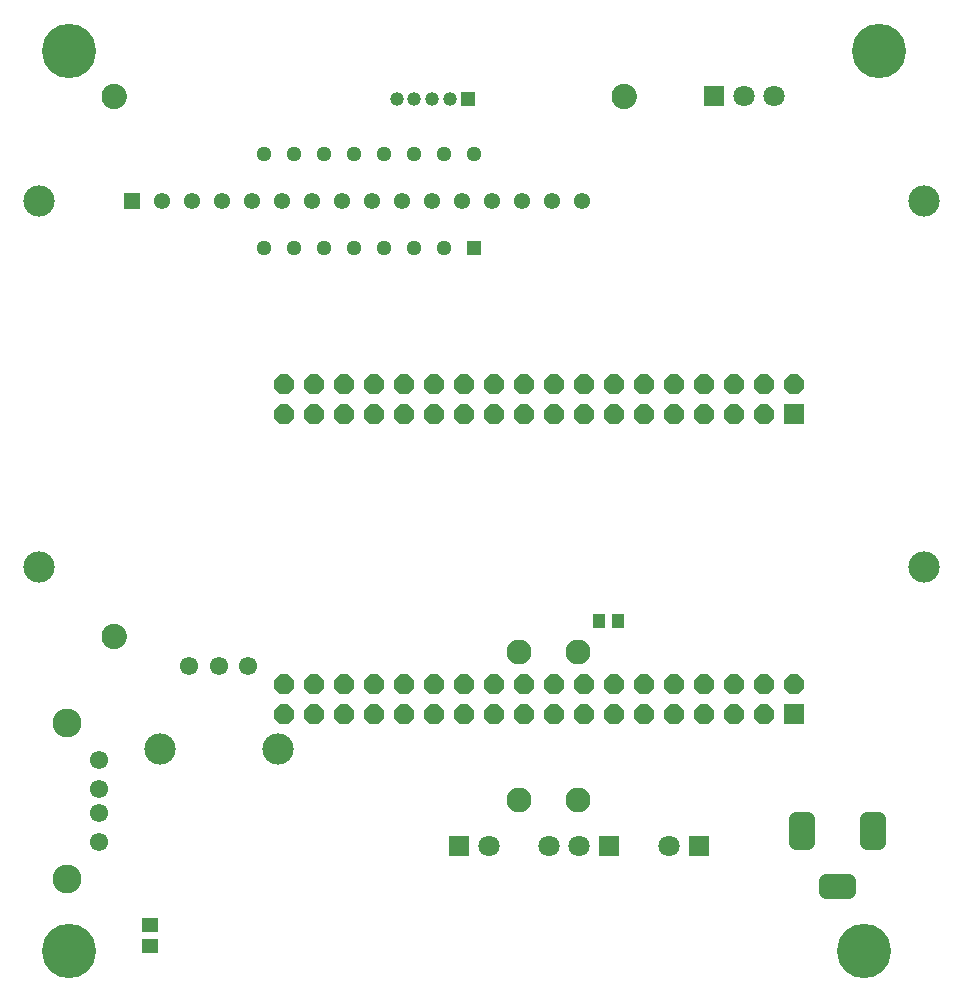
<source format=gbr>
G04 EAGLE Gerber RS-274X export*
G75*
%MOMM*%
%FSLAX34Y34*%
%LPD*%
%INSoldermask Top*%
%IPPOS*%
%AMOC8*
5,1,8,0,0,1.08239X$1,22.5*%
G01*
%ADD10R,1.187200X1.187200*%
%ADD11C,1.187200*%
%ADD12C,4.597400*%
%ADD13R,1.676400X1.676400*%
%ADD14P,1.814519X8X202.500000*%
%ADD15C,1.552400*%
%ADD16C,2.652400*%
%ADD17C,2.112400*%
%ADD18R,1.102359X1.183641*%
%ADD19R,1.803400X1.803400*%
%ADD20C,1.803400*%
%ADD21R,1.282400X1.282400*%
%ADD22C,1.282400*%
%ADD23C,2.452400*%
%ADD24C,1.162294*%
%ADD25R,1.384400X1.384400*%
%ADD26C,1.384400*%
%ADD27C,0.609600*%
%ADD28C,1.168400*%
%ADD29R,1.422400X1.295400*%


D10*
X401320Y784860D03*
D11*
X386320Y784860D03*
X371320Y784860D03*
X356320Y784860D03*
X341320Y784860D03*
D12*
X63500Y63500D03*
D13*
X677500Y263900D03*
D14*
X677500Y289300D03*
X652100Y263900D03*
X652100Y289300D03*
X626700Y263900D03*
X626700Y289300D03*
X601300Y263900D03*
X601300Y289300D03*
X575900Y263900D03*
X575900Y289300D03*
X550500Y263900D03*
X550500Y289300D03*
X525100Y263900D03*
X525100Y289300D03*
X499700Y263900D03*
X499700Y289300D03*
X474300Y263900D03*
X474300Y289300D03*
X448900Y263900D03*
X448900Y289300D03*
X423500Y263900D03*
X423500Y289300D03*
X398100Y263900D03*
X398100Y289300D03*
X372700Y263900D03*
X372700Y289300D03*
X347300Y263900D03*
X347300Y289300D03*
X321900Y263900D03*
X321900Y289300D03*
X296500Y263900D03*
X296500Y289300D03*
X271100Y263900D03*
X271100Y289300D03*
X245700Y263900D03*
X245700Y289300D03*
D13*
X677500Y517900D03*
D14*
X677500Y543300D03*
X652100Y517900D03*
X652100Y543300D03*
X626700Y517900D03*
X626700Y543300D03*
X601300Y517900D03*
X601300Y543300D03*
X575900Y517900D03*
X575900Y543300D03*
X550500Y517900D03*
X550500Y543300D03*
X525100Y517900D03*
X525100Y543300D03*
X499700Y517900D03*
X499700Y543300D03*
X474300Y517900D03*
X474300Y543300D03*
X448900Y517900D03*
X448900Y543300D03*
X423500Y517900D03*
X423500Y543300D03*
X398100Y517900D03*
X398100Y543300D03*
X372700Y517900D03*
X372700Y543300D03*
X347300Y517900D03*
X347300Y543300D03*
X321900Y517900D03*
X321900Y543300D03*
X296500Y517900D03*
X296500Y543300D03*
X271100Y517900D03*
X271100Y543300D03*
X245700Y517900D03*
X245700Y543300D03*
D15*
X215500Y304800D03*
X190500Y304800D03*
X165500Y304800D03*
D16*
X240500Y234800D03*
X140500Y234800D03*
D17*
X494900Y191500D03*
X444900Y191500D03*
X444900Y316500D03*
X494900Y316500D03*
D18*
X512699Y342900D03*
X528701Y342900D03*
D19*
X609600Y787400D03*
D20*
X635000Y787400D03*
X660400Y787400D03*
D21*
X406400Y658800D03*
D22*
X381000Y658800D03*
X355600Y658800D03*
X330200Y658800D03*
X304800Y658800D03*
X279400Y658800D03*
X254000Y658800D03*
X228600Y658800D03*
X228600Y738200D03*
X254000Y738200D03*
X279400Y738200D03*
X304800Y738200D03*
X330200Y738200D03*
X355600Y738200D03*
X381000Y738200D03*
X406400Y738200D03*
D15*
X88900Y180500D03*
X88900Y200500D03*
X88900Y225500D03*
X88900Y155500D03*
D23*
X61800Y124800D03*
X61800Y256200D03*
D24*
X679349Y175051D02*
X679349Y155149D01*
X679349Y175051D02*
X689251Y175051D01*
X689251Y155149D01*
X679349Y155149D01*
X679349Y166191D02*
X689251Y166191D01*
X739349Y175051D02*
X739349Y155149D01*
X739349Y175051D02*
X749251Y175051D01*
X749251Y155149D01*
X739349Y155149D01*
X739349Y166191D02*
X749251Y166191D01*
X724251Y113149D02*
X704349Y113149D01*
X704349Y123051D01*
X724251Y123051D01*
X724251Y113149D01*
D25*
X117600Y698500D03*
D26*
X143000Y698500D03*
X168400Y698500D03*
X193800Y698500D03*
X219200Y698500D03*
X244600Y698500D03*
X270000Y698500D03*
X295400Y698500D03*
X320800Y698500D03*
X346200Y698500D03*
X371600Y698500D03*
X397000Y698500D03*
X422400Y698500D03*
X447800Y698500D03*
X473200Y698500D03*
X498600Y698500D03*
D16*
X38100Y698500D03*
X788100Y698500D03*
X38100Y388500D03*
X788100Y388500D03*
D19*
X393700Y152400D03*
D20*
X419100Y152400D03*
D19*
X596900Y152400D03*
D20*
X571500Y152400D03*
D19*
X520700Y152400D03*
D20*
X495300Y152400D03*
X469900Y152400D03*
D12*
X736600Y63500D03*
X63500Y825500D03*
X749300Y825500D03*
D27*
X93980Y787400D02*
X93982Y787587D01*
X93989Y787774D01*
X94001Y787961D01*
X94017Y788147D01*
X94037Y788333D01*
X94062Y788518D01*
X94092Y788703D01*
X94126Y788887D01*
X94165Y789070D01*
X94208Y789252D01*
X94256Y789432D01*
X94308Y789612D01*
X94365Y789790D01*
X94425Y789967D01*
X94491Y790142D01*
X94560Y790316D01*
X94634Y790488D01*
X94712Y790658D01*
X94794Y790826D01*
X94880Y790992D01*
X94970Y791156D01*
X95064Y791317D01*
X95162Y791477D01*
X95264Y791633D01*
X95370Y791788D01*
X95480Y791939D01*
X95593Y792088D01*
X95710Y792234D01*
X95830Y792377D01*
X95954Y792517D01*
X96081Y792654D01*
X96212Y792788D01*
X96346Y792919D01*
X96483Y793046D01*
X96623Y793170D01*
X96766Y793290D01*
X96912Y793407D01*
X97061Y793520D01*
X97212Y793630D01*
X97367Y793736D01*
X97523Y793838D01*
X97683Y793936D01*
X97844Y794030D01*
X98008Y794120D01*
X98174Y794206D01*
X98342Y794288D01*
X98512Y794366D01*
X98684Y794440D01*
X98858Y794509D01*
X99033Y794575D01*
X99210Y794635D01*
X99388Y794692D01*
X99568Y794744D01*
X99748Y794792D01*
X99930Y794835D01*
X100113Y794874D01*
X100297Y794908D01*
X100482Y794938D01*
X100667Y794963D01*
X100853Y794983D01*
X101039Y794999D01*
X101226Y795011D01*
X101413Y795018D01*
X101600Y795020D01*
X101787Y795018D01*
X101974Y795011D01*
X102161Y794999D01*
X102347Y794983D01*
X102533Y794963D01*
X102718Y794938D01*
X102903Y794908D01*
X103087Y794874D01*
X103270Y794835D01*
X103452Y794792D01*
X103632Y794744D01*
X103812Y794692D01*
X103990Y794635D01*
X104167Y794575D01*
X104342Y794509D01*
X104516Y794440D01*
X104688Y794366D01*
X104858Y794288D01*
X105026Y794206D01*
X105192Y794120D01*
X105356Y794030D01*
X105517Y793936D01*
X105677Y793838D01*
X105833Y793736D01*
X105988Y793630D01*
X106139Y793520D01*
X106288Y793407D01*
X106434Y793290D01*
X106577Y793170D01*
X106717Y793046D01*
X106854Y792919D01*
X106988Y792788D01*
X107119Y792654D01*
X107246Y792517D01*
X107370Y792377D01*
X107490Y792234D01*
X107607Y792088D01*
X107720Y791939D01*
X107830Y791788D01*
X107936Y791633D01*
X108038Y791477D01*
X108136Y791317D01*
X108230Y791156D01*
X108320Y790992D01*
X108406Y790826D01*
X108488Y790658D01*
X108566Y790488D01*
X108640Y790316D01*
X108709Y790142D01*
X108775Y789967D01*
X108835Y789790D01*
X108892Y789612D01*
X108944Y789432D01*
X108992Y789252D01*
X109035Y789070D01*
X109074Y788887D01*
X109108Y788703D01*
X109138Y788518D01*
X109163Y788333D01*
X109183Y788147D01*
X109199Y787961D01*
X109211Y787774D01*
X109218Y787587D01*
X109220Y787400D01*
X109218Y787213D01*
X109211Y787026D01*
X109199Y786839D01*
X109183Y786653D01*
X109163Y786467D01*
X109138Y786282D01*
X109108Y786097D01*
X109074Y785913D01*
X109035Y785730D01*
X108992Y785548D01*
X108944Y785368D01*
X108892Y785188D01*
X108835Y785010D01*
X108775Y784833D01*
X108709Y784658D01*
X108640Y784484D01*
X108566Y784312D01*
X108488Y784142D01*
X108406Y783974D01*
X108320Y783808D01*
X108230Y783644D01*
X108136Y783483D01*
X108038Y783323D01*
X107936Y783167D01*
X107830Y783012D01*
X107720Y782861D01*
X107607Y782712D01*
X107490Y782566D01*
X107370Y782423D01*
X107246Y782283D01*
X107119Y782146D01*
X106988Y782012D01*
X106854Y781881D01*
X106717Y781754D01*
X106577Y781630D01*
X106434Y781510D01*
X106288Y781393D01*
X106139Y781280D01*
X105988Y781170D01*
X105833Y781064D01*
X105677Y780962D01*
X105517Y780864D01*
X105356Y780770D01*
X105192Y780680D01*
X105026Y780594D01*
X104858Y780512D01*
X104688Y780434D01*
X104516Y780360D01*
X104342Y780291D01*
X104167Y780225D01*
X103990Y780165D01*
X103812Y780108D01*
X103632Y780056D01*
X103452Y780008D01*
X103270Y779965D01*
X103087Y779926D01*
X102903Y779892D01*
X102718Y779862D01*
X102533Y779837D01*
X102347Y779817D01*
X102161Y779801D01*
X101974Y779789D01*
X101787Y779782D01*
X101600Y779780D01*
X101413Y779782D01*
X101226Y779789D01*
X101039Y779801D01*
X100853Y779817D01*
X100667Y779837D01*
X100482Y779862D01*
X100297Y779892D01*
X100113Y779926D01*
X99930Y779965D01*
X99748Y780008D01*
X99568Y780056D01*
X99388Y780108D01*
X99210Y780165D01*
X99033Y780225D01*
X98858Y780291D01*
X98684Y780360D01*
X98512Y780434D01*
X98342Y780512D01*
X98174Y780594D01*
X98008Y780680D01*
X97844Y780770D01*
X97683Y780864D01*
X97523Y780962D01*
X97367Y781064D01*
X97212Y781170D01*
X97061Y781280D01*
X96912Y781393D01*
X96766Y781510D01*
X96623Y781630D01*
X96483Y781754D01*
X96346Y781881D01*
X96212Y782012D01*
X96081Y782146D01*
X95954Y782283D01*
X95830Y782423D01*
X95710Y782566D01*
X95593Y782712D01*
X95480Y782861D01*
X95370Y783012D01*
X95264Y783167D01*
X95162Y783323D01*
X95064Y783483D01*
X94970Y783644D01*
X94880Y783808D01*
X94794Y783974D01*
X94712Y784142D01*
X94634Y784312D01*
X94560Y784484D01*
X94491Y784658D01*
X94425Y784833D01*
X94365Y785010D01*
X94308Y785188D01*
X94256Y785368D01*
X94208Y785548D01*
X94165Y785730D01*
X94126Y785913D01*
X94092Y786097D01*
X94062Y786282D01*
X94037Y786467D01*
X94017Y786653D01*
X94001Y786839D01*
X93989Y787026D01*
X93982Y787213D01*
X93980Y787400D01*
D28*
X101600Y787400D03*
D27*
X525780Y787400D02*
X525782Y787587D01*
X525789Y787774D01*
X525801Y787961D01*
X525817Y788147D01*
X525837Y788333D01*
X525862Y788518D01*
X525892Y788703D01*
X525926Y788887D01*
X525965Y789070D01*
X526008Y789252D01*
X526056Y789432D01*
X526108Y789612D01*
X526165Y789790D01*
X526225Y789967D01*
X526291Y790142D01*
X526360Y790316D01*
X526434Y790488D01*
X526512Y790658D01*
X526594Y790826D01*
X526680Y790992D01*
X526770Y791156D01*
X526864Y791317D01*
X526962Y791477D01*
X527064Y791633D01*
X527170Y791788D01*
X527280Y791939D01*
X527393Y792088D01*
X527510Y792234D01*
X527630Y792377D01*
X527754Y792517D01*
X527881Y792654D01*
X528012Y792788D01*
X528146Y792919D01*
X528283Y793046D01*
X528423Y793170D01*
X528566Y793290D01*
X528712Y793407D01*
X528861Y793520D01*
X529012Y793630D01*
X529167Y793736D01*
X529323Y793838D01*
X529483Y793936D01*
X529644Y794030D01*
X529808Y794120D01*
X529974Y794206D01*
X530142Y794288D01*
X530312Y794366D01*
X530484Y794440D01*
X530658Y794509D01*
X530833Y794575D01*
X531010Y794635D01*
X531188Y794692D01*
X531368Y794744D01*
X531548Y794792D01*
X531730Y794835D01*
X531913Y794874D01*
X532097Y794908D01*
X532282Y794938D01*
X532467Y794963D01*
X532653Y794983D01*
X532839Y794999D01*
X533026Y795011D01*
X533213Y795018D01*
X533400Y795020D01*
X533587Y795018D01*
X533774Y795011D01*
X533961Y794999D01*
X534147Y794983D01*
X534333Y794963D01*
X534518Y794938D01*
X534703Y794908D01*
X534887Y794874D01*
X535070Y794835D01*
X535252Y794792D01*
X535432Y794744D01*
X535612Y794692D01*
X535790Y794635D01*
X535967Y794575D01*
X536142Y794509D01*
X536316Y794440D01*
X536488Y794366D01*
X536658Y794288D01*
X536826Y794206D01*
X536992Y794120D01*
X537156Y794030D01*
X537317Y793936D01*
X537477Y793838D01*
X537633Y793736D01*
X537788Y793630D01*
X537939Y793520D01*
X538088Y793407D01*
X538234Y793290D01*
X538377Y793170D01*
X538517Y793046D01*
X538654Y792919D01*
X538788Y792788D01*
X538919Y792654D01*
X539046Y792517D01*
X539170Y792377D01*
X539290Y792234D01*
X539407Y792088D01*
X539520Y791939D01*
X539630Y791788D01*
X539736Y791633D01*
X539838Y791477D01*
X539936Y791317D01*
X540030Y791156D01*
X540120Y790992D01*
X540206Y790826D01*
X540288Y790658D01*
X540366Y790488D01*
X540440Y790316D01*
X540509Y790142D01*
X540575Y789967D01*
X540635Y789790D01*
X540692Y789612D01*
X540744Y789432D01*
X540792Y789252D01*
X540835Y789070D01*
X540874Y788887D01*
X540908Y788703D01*
X540938Y788518D01*
X540963Y788333D01*
X540983Y788147D01*
X540999Y787961D01*
X541011Y787774D01*
X541018Y787587D01*
X541020Y787400D01*
X541018Y787213D01*
X541011Y787026D01*
X540999Y786839D01*
X540983Y786653D01*
X540963Y786467D01*
X540938Y786282D01*
X540908Y786097D01*
X540874Y785913D01*
X540835Y785730D01*
X540792Y785548D01*
X540744Y785368D01*
X540692Y785188D01*
X540635Y785010D01*
X540575Y784833D01*
X540509Y784658D01*
X540440Y784484D01*
X540366Y784312D01*
X540288Y784142D01*
X540206Y783974D01*
X540120Y783808D01*
X540030Y783644D01*
X539936Y783483D01*
X539838Y783323D01*
X539736Y783167D01*
X539630Y783012D01*
X539520Y782861D01*
X539407Y782712D01*
X539290Y782566D01*
X539170Y782423D01*
X539046Y782283D01*
X538919Y782146D01*
X538788Y782012D01*
X538654Y781881D01*
X538517Y781754D01*
X538377Y781630D01*
X538234Y781510D01*
X538088Y781393D01*
X537939Y781280D01*
X537788Y781170D01*
X537633Y781064D01*
X537477Y780962D01*
X537317Y780864D01*
X537156Y780770D01*
X536992Y780680D01*
X536826Y780594D01*
X536658Y780512D01*
X536488Y780434D01*
X536316Y780360D01*
X536142Y780291D01*
X535967Y780225D01*
X535790Y780165D01*
X535612Y780108D01*
X535432Y780056D01*
X535252Y780008D01*
X535070Y779965D01*
X534887Y779926D01*
X534703Y779892D01*
X534518Y779862D01*
X534333Y779837D01*
X534147Y779817D01*
X533961Y779801D01*
X533774Y779789D01*
X533587Y779782D01*
X533400Y779780D01*
X533213Y779782D01*
X533026Y779789D01*
X532839Y779801D01*
X532653Y779817D01*
X532467Y779837D01*
X532282Y779862D01*
X532097Y779892D01*
X531913Y779926D01*
X531730Y779965D01*
X531548Y780008D01*
X531368Y780056D01*
X531188Y780108D01*
X531010Y780165D01*
X530833Y780225D01*
X530658Y780291D01*
X530484Y780360D01*
X530312Y780434D01*
X530142Y780512D01*
X529974Y780594D01*
X529808Y780680D01*
X529644Y780770D01*
X529483Y780864D01*
X529323Y780962D01*
X529167Y781064D01*
X529012Y781170D01*
X528861Y781280D01*
X528712Y781393D01*
X528566Y781510D01*
X528423Y781630D01*
X528283Y781754D01*
X528146Y781881D01*
X528012Y782012D01*
X527881Y782146D01*
X527754Y782283D01*
X527630Y782423D01*
X527510Y782566D01*
X527393Y782712D01*
X527280Y782861D01*
X527170Y783012D01*
X527064Y783167D01*
X526962Y783323D01*
X526864Y783483D01*
X526770Y783644D01*
X526680Y783808D01*
X526594Y783974D01*
X526512Y784142D01*
X526434Y784312D01*
X526360Y784484D01*
X526291Y784658D01*
X526225Y784833D01*
X526165Y785010D01*
X526108Y785188D01*
X526056Y785368D01*
X526008Y785548D01*
X525965Y785730D01*
X525926Y785913D01*
X525892Y786097D01*
X525862Y786282D01*
X525837Y786467D01*
X525817Y786653D01*
X525801Y786839D01*
X525789Y787026D01*
X525782Y787213D01*
X525780Y787400D01*
D28*
X533400Y787400D03*
D27*
X93980Y330200D02*
X93982Y330387D01*
X93989Y330574D01*
X94001Y330761D01*
X94017Y330947D01*
X94037Y331133D01*
X94062Y331318D01*
X94092Y331503D01*
X94126Y331687D01*
X94165Y331870D01*
X94208Y332052D01*
X94256Y332232D01*
X94308Y332412D01*
X94365Y332590D01*
X94425Y332767D01*
X94491Y332942D01*
X94560Y333116D01*
X94634Y333288D01*
X94712Y333458D01*
X94794Y333626D01*
X94880Y333792D01*
X94970Y333956D01*
X95064Y334117D01*
X95162Y334277D01*
X95264Y334433D01*
X95370Y334588D01*
X95480Y334739D01*
X95593Y334888D01*
X95710Y335034D01*
X95830Y335177D01*
X95954Y335317D01*
X96081Y335454D01*
X96212Y335588D01*
X96346Y335719D01*
X96483Y335846D01*
X96623Y335970D01*
X96766Y336090D01*
X96912Y336207D01*
X97061Y336320D01*
X97212Y336430D01*
X97367Y336536D01*
X97523Y336638D01*
X97683Y336736D01*
X97844Y336830D01*
X98008Y336920D01*
X98174Y337006D01*
X98342Y337088D01*
X98512Y337166D01*
X98684Y337240D01*
X98858Y337309D01*
X99033Y337375D01*
X99210Y337435D01*
X99388Y337492D01*
X99568Y337544D01*
X99748Y337592D01*
X99930Y337635D01*
X100113Y337674D01*
X100297Y337708D01*
X100482Y337738D01*
X100667Y337763D01*
X100853Y337783D01*
X101039Y337799D01*
X101226Y337811D01*
X101413Y337818D01*
X101600Y337820D01*
X101787Y337818D01*
X101974Y337811D01*
X102161Y337799D01*
X102347Y337783D01*
X102533Y337763D01*
X102718Y337738D01*
X102903Y337708D01*
X103087Y337674D01*
X103270Y337635D01*
X103452Y337592D01*
X103632Y337544D01*
X103812Y337492D01*
X103990Y337435D01*
X104167Y337375D01*
X104342Y337309D01*
X104516Y337240D01*
X104688Y337166D01*
X104858Y337088D01*
X105026Y337006D01*
X105192Y336920D01*
X105356Y336830D01*
X105517Y336736D01*
X105677Y336638D01*
X105833Y336536D01*
X105988Y336430D01*
X106139Y336320D01*
X106288Y336207D01*
X106434Y336090D01*
X106577Y335970D01*
X106717Y335846D01*
X106854Y335719D01*
X106988Y335588D01*
X107119Y335454D01*
X107246Y335317D01*
X107370Y335177D01*
X107490Y335034D01*
X107607Y334888D01*
X107720Y334739D01*
X107830Y334588D01*
X107936Y334433D01*
X108038Y334277D01*
X108136Y334117D01*
X108230Y333956D01*
X108320Y333792D01*
X108406Y333626D01*
X108488Y333458D01*
X108566Y333288D01*
X108640Y333116D01*
X108709Y332942D01*
X108775Y332767D01*
X108835Y332590D01*
X108892Y332412D01*
X108944Y332232D01*
X108992Y332052D01*
X109035Y331870D01*
X109074Y331687D01*
X109108Y331503D01*
X109138Y331318D01*
X109163Y331133D01*
X109183Y330947D01*
X109199Y330761D01*
X109211Y330574D01*
X109218Y330387D01*
X109220Y330200D01*
X109218Y330013D01*
X109211Y329826D01*
X109199Y329639D01*
X109183Y329453D01*
X109163Y329267D01*
X109138Y329082D01*
X109108Y328897D01*
X109074Y328713D01*
X109035Y328530D01*
X108992Y328348D01*
X108944Y328168D01*
X108892Y327988D01*
X108835Y327810D01*
X108775Y327633D01*
X108709Y327458D01*
X108640Y327284D01*
X108566Y327112D01*
X108488Y326942D01*
X108406Y326774D01*
X108320Y326608D01*
X108230Y326444D01*
X108136Y326283D01*
X108038Y326123D01*
X107936Y325967D01*
X107830Y325812D01*
X107720Y325661D01*
X107607Y325512D01*
X107490Y325366D01*
X107370Y325223D01*
X107246Y325083D01*
X107119Y324946D01*
X106988Y324812D01*
X106854Y324681D01*
X106717Y324554D01*
X106577Y324430D01*
X106434Y324310D01*
X106288Y324193D01*
X106139Y324080D01*
X105988Y323970D01*
X105833Y323864D01*
X105677Y323762D01*
X105517Y323664D01*
X105356Y323570D01*
X105192Y323480D01*
X105026Y323394D01*
X104858Y323312D01*
X104688Y323234D01*
X104516Y323160D01*
X104342Y323091D01*
X104167Y323025D01*
X103990Y322965D01*
X103812Y322908D01*
X103632Y322856D01*
X103452Y322808D01*
X103270Y322765D01*
X103087Y322726D01*
X102903Y322692D01*
X102718Y322662D01*
X102533Y322637D01*
X102347Y322617D01*
X102161Y322601D01*
X101974Y322589D01*
X101787Y322582D01*
X101600Y322580D01*
X101413Y322582D01*
X101226Y322589D01*
X101039Y322601D01*
X100853Y322617D01*
X100667Y322637D01*
X100482Y322662D01*
X100297Y322692D01*
X100113Y322726D01*
X99930Y322765D01*
X99748Y322808D01*
X99568Y322856D01*
X99388Y322908D01*
X99210Y322965D01*
X99033Y323025D01*
X98858Y323091D01*
X98684Y323160D01*
X98512Y323234D01*
X98342Y323312D01*
X98174Y323394D01*
X98008Y323480D01*
X97844Y323570D01*
X97683Y323664D01*
X97523Y323762D01*
X97367Y323864D01*
X97212Y323970D01*
X97061Y324080D01*
X96912Y324193D01*
X96766Y324310D01*
X96623Y324430D01*
X96483Y324554D01*
X96346Y324681D01*
X96212Y324812D01*
X96081Y324946D01*
X95954Y325083D01*
X95830Y325223D01*
X95710Y325366D01*
X95593Y325512D01*
X95480Y325661D01*
X95370Y325812D01*
X95264Y325967D01*
X95162Y326123D01*
X95064Y326283D01*
X94970Y326444D01*
X94880Y326608D01*
X94794Y326774D01*
X94712Y326942D01*
X94634Y327112D01*
X94560Y327284D01*
X94491Y327458D01*
X94425Y327633D01*
X94365Y327810D01*
X94308Y327988D01*
X94256Y328168D01*
X94208Y328348D01*
X94165Y328530D01*
X94126Y328713D01*
X94092Y328897D01*
X94062Y329082D01*
X94037Y329267D01*
X94017Y329453D01*
X94001Y329639D01*
X93989Y329826D01*
X93982Y330013D01*
X93980Y330200D01*
D28*
X101600Y330200D03*
D29*
X132080Y85090D03*
X132080Y67310D03*
M02*

</source>
